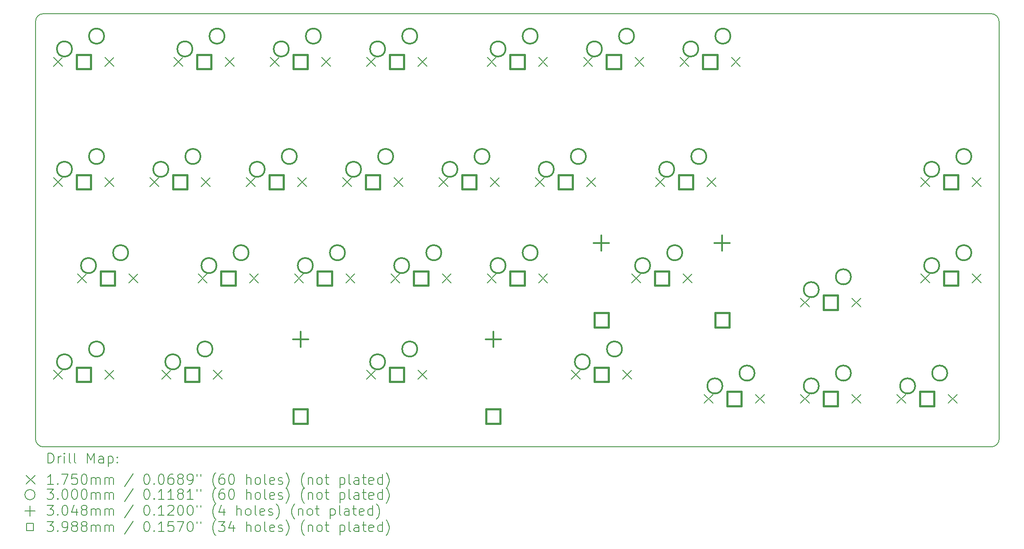
<source format=gbr>
%FSLAX45Y45*%
G04 Gerber Fmt 4.5, Leading zero omitted, Abs format (unit mm)*
G04 Created by KiCad (PCBNEW (6.0.1-0)) date 2022-06-20 08:18:45*
%MOMM*%
%LPD*%
G01*
G04 APERTURE LIST*
%TA.AperFunction,Profile*%
%ADD10C,0.200000*%
%TD*%
%ADD11C,0.200000*%
%ADD12C,0.175000*%
%ADD13C,0.300000*%
%ADD14C,0.304800*%
%ADD15C,0.398780*%
G04 APERTURE END LIST*
D10*
X20478750Y-1587500D02*
X20478750Y-9842500D01*
X20320000Y-1428750D02*
X1587500Y-1428750D01*
X1428750Y-9842500D02*
G75*
G03*
X1587500Y-10001250I158750J0D01*
G01*
X20320000Y-10001250D02*
G75*
G03*
X20478750Y-9842500I0J158750D01*
G01*
X1587500Y-10001250D02*
X20320000Y-10001250D01*
X1587500Y-1428750D02*
G75*
G03*
X1428750Y-1587500I0J-158750D01*
G01*
X20478750Y-1587500D02*
G75*
G03*
X20320000Y-1428750I-158750J0D01*
G01*
X1428750Y-1587500D02*
X1428750Y-9842500D01*
D11*
D12*
X1785750Y-2293750D02*
X1960750Y-2468750D01*
X1960750Y-2293750D02*
X1785750Y-2468750D01*
X1785750Y-4675000D02*
X1960750Y-4850000D01*
X1960750Y-4675000D02*
X1785750Y-4850000D01*
X1785750Y-8485000D02*
X1960750Y-8660000D01*
X1960750Y-8485000D02*
X1785750Y-8660000D01*
X2262000Y-6580000D02*
X2437000Y-6755000D01*
X2437000Y-6580000D02*
X2262000Y-6755000D01*
X2801750Y-2293750D02*
X2976750Y-2468750D01*
X2976750Y-2293750D02*
X2801750Y-2468750D01*
X2801750Y-4675000D02*
X2976750Y-4850000D01*
X2976750Y-4675000D02*
X2801750Y-4850000D01*
X2801750Y-8485000D02*
X2976750Y-8660000D01*
X2976750Y-8485000D02*
X2801750Y-8660000D01*
X3278000Y-6580000D02*
X3453000Y-6755000D01*
X3453000Y-6580000D02*
X3278000Y-6755000D01*
X3690750Y-4675000D02*
X3865750Y-4850000D01*
X3865750Y-4675000D02*
X3690750Y-4850000D01*
X3928875Y-8485000D02*
X4103875Y-8660000D01*
X4103875Y-8485000D02*
X3928875Y-8660000D01*
X4167000Y-2293750D02*
X4342000Y-2468750D01*
X4342000Y-2293750D02*
X4167000Y-2468750D01*
X4643250Y-6580000D02*
X4818250Y-6755000D01*
X4818250Y-6580000D02*
X4643250Y-6755000D01*
X4706750Y-4675000D02*
X4881750Y-4850000D01*
X4881750Y-4675000D02*
X4706750Y-4850000D01*
X4944875Y-8485000D02*
X5119875Y-8660000D01*
X5119875Y-8485000D02*
X4944875Y-8660000D01*
X5183000Y-2293750D02*
X5358000Y-2468750D01*
X5358000Y-2293750D02*
X5183000Y-2468750D01*
X5595750Y-4675000D02*
X5770750Y-4850000D01*
X5770750Y-4675000D02*
X5595750Y-4850000D01*
X5659250Y-6580000D02*
X5834250Y-6755000D01*
X5834250Y-6580000D02*
X5659250Y-6755000D01*
X6072000Y-2293750D02*
X6247000Y-2468750D01*
X6247000Y-2293750D02*
X6072000Y-2468750D01*
X6548250Y-6580000D02*
X6723250Y-6755000D01*
X6723250Y-6580000D02*
X6548250Y-6755000D01*
X6611750Y-4675000D02*
X6786750Y-4850000D01*
X6786750Y-4675000D02*
X6611750Y-4850000D01*
X7088000Y-2293750D02*
X7263000Y-2468750D01*
X7263000Y-2293750D02*
X7088000Y-2468750D01*
X7500750Y-4675000D02*
X7675750Y-4850000D01*
X7675750Y-4675000D02*
X7500750Y-4850000D01*
X7564250Y-6580000D02*
X7739250Y-6755000D01*
X7739250Y-6580000D02*
X7564250Y-6755000D01*
X7977000Y-2293750D02*
X8152000Y-2468750D01*
X8152000Y-2293750D02*
X7977000Y-2468750D01*
X7977000Y-8485000D02*
X8152000Y-8660000D01*
X8152000Y-8485000D02*
X7977000Y-8660000D01*
X8453250Y-6580000D02*
X8628250Y-6755000D01*
X8628250Y-6580000D02*
X8453250Y-6755000D01*
X8516750Y-4675000D02*
X8691750Y-4850000D01*
X8691750Y-4675000D02*
X8516750Y-4850000D01*
X8993000Y-2293750D02*
X9168000Y-2468750D01*
X9168000Y-2293750D02*
X8993000Y-2468750D01*
X8993000Y-8485000D02*
X9168000Y-8660000D01*
X9168000Y-8485000D02*
X8993000Y-8660000D01*
X9405750Y-4675000D02*
X9580750Y-4850000D01*
X9580750Y-4675000D02*
X9405750Y-4850000D01*
X9469250Y-6580000D02*
X9644250Y-6755000D01*
X9644250Y-6580000D02*
X9469250Y-6755000D01*
X10358250Y-2293750D02*
X10533250Y-2468750D01*
X10533250Y-2293750D02*
X10358250Y-2468750D01*
X10358250Y-6580000D02*
X10533250Y-6755000D01*
X10533250Y-6580000D02*
X10358250Y-6755000D01*
X10421750Y-4675000D02*
X10596750Y-4850000D01*
X10596750Y-4675000D02*
X10421750Y-4850000D01*
X11310750Y-4675000D02*
X11485750Y-4850000D01*
X11485750Y-4675000D02*
X11310750Y-4850000D01*
X11374250Y-2293750D02*
X11549250Y-2468750D01*
X11549250Y-2293750D02*
X11374250Y-2468750D01*
X11374250Y-6580000D02*
X11549250Y-6755000D01*
X11549250Y-6580000D02*
X11374250Y-6755000D01*
X12025125Y-8485000D02*
X12200125Y-8660000D01*
X12200125Y-8485000D02*
X12025125Y-8660000D01*
X12263250Y-2293750D02*
X12438250Y-2468750D01*
X12438250Y-2293750D02*
X12263250Y-2468750D01*
X12326750Y-4675000D02*
X12501750Y-4850000D01*
X12501750Y-4675000D02*
X12326750Y-4850000D01*
X13041125Y-8485000D02*
X13216125Y-8660000D01*
X13216125Y-8485000D02*
X13041125Y-8660000D01*
X13215750Y-6580000D02*
X13390750Y-6755000D01*
X13390750Y-6580000D02*
X13215750Y-6755000D01*
X13279250Y-2293750D02*
X13454250Y-2468750D01*
X13454250Y-2293750D02*
X13279250Y-2468750D01*
X13692000Y-4675000D02*
X13867000Y-4850000D01*
X13867000Y-4675000D02*
X13692000Y-4850000D01*
X14168250Y-2293750D02*
X14343250Y-2468750D01*
X14343250Y-2293750D02*
X14168250Y-2468750D01*
X14231750Y-6580000D02*
X14406750Y-6755000D01*
X14406750Y-6580000D02*
X14231750Y-6755000D01*
X14644500Y-8961250D02*
X14819500Y-9136250D01*
X14819500Y-8961250D02*
X14644500Y-9136250D01*
X14708000Y-4675000D02*
X14883000Y-4850000D01*
X14883000Y-4675000D02*
X14708000Y-4850000D01*
X15184250Y-2293750D02*
X15359250Y-2468750D01*
X15359250Y-2293750D02*
X15184250Y-2468750D01*
X15660500Y-8961250D02*
X15835500Y-9136250D01*
X15835500Y-8961250D02*
X15660500Y-9136250D01*
X16549500Y-7056250D02*
X16724500Y-7231250D01*
X16724500Y-7056250D02*
X16549500Y-7231250D01*
X16549500Y-8961250D02*
X16724500Y-9136250D01*
X16724500Y-8961250D02*
X16549500Y-9136250D01*
X17565500Y-7056250D02*
X17740500Y-7231250D01*
X17740500Y-7056250D02*
X17565500Y-7231250D01*
X17565500Y-8961250D02*
X17740500Y-9136250D01*
X17740500Y-8961250D02*
X17565500Y-9136250D01*
X18454500Y-8961250D02*
X18629500Y-9136250D01*
X18629500Y-8961250D02*
X18454500Y-9136250D01*
X18930750Y-4675000D02*
X19105750Y-4850000D01*
X19105750Y-4675000D02*
X18930750Y-4850000D01*
X18930750Y-6580000D02*
X19105750Y-6755000D01*
X19105750Y-6580000D02*
X18930750Y-6755000D01*
X19470500Y-8961250D02*
X19645500Y-9136250D01*
X19645500Y-8961250D02*
X19470500Y-9136250D01*
X19946750Y-4675000D02*
X20121750Y-4850000D01*
X20121750Y-4675000D02*
X19946750Y-4850000D01*
X19946750Y-6580000D02*
X20121750Y-6755000D01*
X20121750Y-6580000D02*
X19946750Y-6755000D01*
D13*
X2150250Y-2127250D02*
G75*
G03*
X2150250Y-2127250I-150000J0D01*
G01*
X2150250Y-4508500D02*
G75*
G03*
X2150250Y-4508500I-150000J0D01*
G01*
X2150250Y-8318500D02*
G75*
G03*
X2150250Y-8318500I-150000J0D01*
G01*
X2626500Y-6413500D02*
G75*
G03*
X2626500Y-6413500I-150000J0D01*
G01*
X2785250Y-1873250D02*
G75*
G03*
X2785250Y-1873250I-150000J0D01*
G01*
X2785250Y-4254500D02*
G75*
G03*
X2785250Y-4254500I-150000J0D01*
G01*
X2785250Y-8064500D02*
G75*
G03*
X2785250Y-8064500I-150000J0D01*
G01*
X3261500Y-6159500D02*
G75*
G03*
X3261500Y-6159500I-150000J0D01*
G01*
X4055250Y-4508500D02*
G75*
G03*
X4055250Y-4508500I-150000J0D01*
G01*
X4293375Y-8318500D02*
G75*
G03*
X4293375Y-8318500I-150000J0D01*
G01*
X4531500Y-2127250D02*
G75*
G03*
X4531500Y-2127250I-150000J0D01*
G01*
X4690250Y-4254500D02*
G75*
G03*
X4690250Y-4254500I-150000J0D01*
G01*
X4928375Y-8064500D02*
G75*
G03*
X4928375Y-8064500I-150000J0D01*
G01*
X5007750Y-6413500D02*
G75*
G03*
X5007750Y-6413500I-150000J0D01*
G01*
X5166500Y-1873250D02*
G75*
G03*
X5166500Y-1873250I-150000J0D01*
G01*
X5642750Y-6159500D02*
G75*
G03*
X5642750Y-6159500I-150000J0D01*
G01*
X5960250Y-4508500D02*
G75*
G03*
X5960250Y-4508500I-150000J0D01*
G01*
X6436500Y-2127250D02*
G75*
G03*
X6436500Y-2127250I-150000J0D01*
G01*
X6595250Y-4254500D02*
G75*
G03*
X6595250Y-4254500I-150000J0D01*
G01*
X6912750Y-6413500D02*
G75*
G03*
X6912750Y-6413500I-150000J0D01*
G01*
X7071500Y-1873250D02*
G75*
G03*
X7071500Y-1873250I-150000J0D01*
G01*
X7547750Y-6159500D02*
G75*
G03*
X7547750Y-6159500I-150000J0D01*
G01*
X7865250Y-4508500D02*
G75*
G03*
X7865250Y-4508500I-150000J0D01*
G01*
X8341500Y-2127250D02*
G75*
G03*
X8341500Y-2127250I-150000J0D01*
G01*
X8341500Y-8318500D02*
G75*
G03*
X8341500Y-8318500I-150000J0D01*
G01*
X8500250Y-4254500D02*
G75*
G03*
X8500250Y-4254500I-150000J0D01*
G01*
X8817750Y-6413500D02*
G75*
G03*
X8817750Y-6413500I-150000J0D01*
G01*
X8976500Y-1873250D02*
G75*
G03*
X8976500Y-1873250I-150000J0D01*
G01*
X8976500Y-8064500D02*
G75*
G03*
X8976500Y-8064500I-150000J0D01*
G01*
X9452750Y-6159500D02*
G75*
G03*
X9452750Y-6159500I-150000J0D01*
G01*
X9770250Y-4508500D02*
G75*
G03*
X9770250Y-4508500I-150000J0D01*
G01*
X10405250Y-4254500D02*
G75*
G03*
X10405250Y-4254500I-150000J0D01*
G01*
X10722750Y-2127250D02*
G75*
G03*
X10722750Y-2127250I-150000J0D01*
G01*
X10722750Y-6413500D02*
G75*
G03*
X10722750Y-6413500I-150000J0D01*
G01*
X11357750Y-1873250D02*
G75*
G03*
X11357750Y-1873250I-150000J0D01*
G01*
X11357750Y-6159500D02*
G75*
G03*
X11357750Y-6159500I-150000J0D01*
G01*
X11675250Y-4508500D02*
G75*
G03*
X11675250Y-4508500I-150000J0D01*
G01*
X12310250Y-4254500D02*
G75*
G03*
X12310250Y-4254500I-150000J0D01*
G01*
X12389625Y-8318500D02*
G75*
G03*
X12389625Y-8318500I-150000J0D01*
G01*
X12627750Y-2127250D02*
G75*
G03*
X12627750Y-2127250I-150000J0D01*
G01*
X13024625Y-8064500D02*
G75*
G03*
X13024625Y-8064500I-150000J0D01*
G01*
X13262750Y-1873250D02*
G75*
G03*
X13262750Y-1873250I-150000J0D01*
G01*
X13580250Y-6413500D02*
G75*
G03*
X13580250Y-6413500I-150000J0D01*
G01*
X14056500Y-4508500D02*
G75*
G03*
X14056500Y-4508500I-150000J0D01*
G01*
X14215250Y-6159500D02*
G75*
G03*
X14215250Y-6159500I-150000J0D01*
G01*
X14532750Y-2127250D02*
G75*
G03*
X14532750Y-2127250I-150000J0D01*
G01*
X14691500Y-4254500D02*
G75*
G03*
X14691500Y-4254500I-150000J0D01*
G01*
X15009000Y-8794750D02*
G75*
G03*
X15009000Y-8794750I-150000J0D01*
G01*
X15167750Y-1873250D02*
G75*
G03*
X15167750Y-1873250I-150000J0D01*
G01*
X15644000Y-8540750D02*
G75*
G03*
X15644000Y-8540750I-150000J0D01*
G01*
X16914000Y-6889750D02*
G75*
G03*
X16914000Y-6889750I-150000J0D01*
G01*
X16914000Y-8794750D02*
G75*
G03*
X16914000Y-8794750I-150000J0D01*
G01*
X17549000Y-6635750D02*
G75*
G03*
X17549000Y-6635750I-150000J0D01*
G01*
X17549000Y-8540750D02*
G75*
G03*
X17549000Y-8540750I-150000J0D01*
G01*
X18819000Y-8794750D02*
G75*
G03*
X18819000Y-8794750I-150000J0D01*
G01*
X19295250Y-4508500D02*
G75*
G03*
X19295250Y-4508500I-150000J0D01*
G01*
X19295250Y-6413500D02*
G75*
G03*
X19295250Y-6413500I-150000J0D01*
G01*
X19454000Y-8540750D02*
G75*
G03*
X19454000Y-8540750I-150000J0D01*
G01*
X19930250Y-4254500D02*
G75*
G03*
X19930250Y-4254500I-150000J0D01*
G01*
X19930250Y-6159500D02*
G75*
G03*
X19930250Y-6159500I-150000J0D01*
G01*
D14*
X6667500Y-7721600D02*
X6667500Y-8026400D01*
X6515100Y-7874000D02*
X6819900Y-7874000D01*
X10477500Y-7721600D02*
X10477500Y-8026400D01*
X10325100Y-7874000D02*
X10629900Y-7874000D01*
X12617450Y-5816600D02*
X12617450Y-6121400D01*
X12465050Y-5969000D02*
X12769850Y-5969000D01*
X15005050Y-5816600D02*
X15005050Y-6121400D01*
X14852650Y-5969000D02*
X15157450Y-5969000D01*
D15*
X2522241Y-2522241D02*
X2522241Y-2240259D01*
X2240259Y-2240259D01*
X2240259Y-2522241D01*
X2522241Y-2522241D01*
X2522241Y-4903491D02*
X2522241Y-4621509D01*
X2240259Y-4621509D01*
X2240259Y-4903491D01*
X2522241Y-4903491D01*
X2522241Y-8713491D02*
X2522241Y-8431509D01*
X2240259Y-8431509D01*
X2240259Y-8713491D01*
X2522241Y-8713491D01*
X2998491Y-6808491D02*
X2998491Y-6526509D01*
X2716509Y-6526509D01*
X2716509Y-6808491D01*
X2998491Y-6808491D01*
X4427241Y-4903491D02*
X4427241Y-4621509D01*
X4145259Y-4621509D01*
X4145259Y-4903491D01*
X4427241Y-4903491D01*
X4665366Y-8713491D02*
X4665366Y-8431509D01*
X4383384Y-8431509D01*
X4383384Y-8713491D01*
X4665366Y-8713491D01*
X4903491Y-2522241D02*
X4903491Y-2240259D01*
X4621509Y-2240259D01*
X4621509Y-2522241D01*
X4903491Y-2522241D01*
X5379741Y-6808491D02*
X5379741Y-6526509D01*
X5097759Y-6526509D01*
X5097759Y-6808491D01*
X5379741Y-6808491D01*
X6332241Y-4903491D02*
X6332241Y-4621509D01*
X6050259Y-4621509D01*
X6050259Y-4903491D01*
X6332241Y-4903491D01*
X6808491Y-2522241D02*
X6808491Y-2240259D01*
X6526509Y-2240259D01*
X6526509Y-2522241D01*
X6808491Y-2522241D01*
X6808491Y-9538991D02*
X6808491Y-9257009D01*
X6526509Y-9257009D01*
X6526509Y-9538991D01*
X6808491Y-9538991D01*
X7284741Y-6808491D02*
X7284741Y-6526509D01*
X7002759Y-6526509D01*
X7002759Y-6808491D01*
X7284741Y-6808491D01*
X8237241Y-4903491D02*
X8237241Y-4621509D01*
X7955259Y-4621509D01*
X7955259Y-4903491D01*
X8237241Y-4903491D01*
X8713491Y-2522241D02*
X8713491Y-2240259D01*
X8431509Y-2240259D01*
X8431509Y-2522241D01*
X8713491Y-2522241D01*
X8713491Y-8713491D02*
X8713491Y-8431509D01*
X8431509Y-8431509D01*
X8431509Y-8713491D01*
X8713491Y-8713491D01*
X9189741Y-6808491D02*
X9189741Y-6526509D01*
X8907759Y-6526509D01*
X8907759Y-6808491D01*
X9189741Y-6808491D01*
X10142241Y-4903491D02*
X10142241Y-4621509D01*
X9860259Y-4621509D01*
X9860259Y-4903491D01*
X10142241Y-4903491D01*
X10618491Y-9538991D02*
X10618491Y-9257009D01*
X10336509Y-9257009D01*
X10336509Y-9538991D01*
X10618491Y-9538991D01*
X11094741Y-2522241D02*
X11094741Y-2240259D01*
X10812759Y-2240259D01*
X10812759Y-2522241D01*
X11094741Y-2522241D01*
X11094741Y-6808491D02*
X11094741Y-6526509D01*
X10812759Y-6526509D01*
X10812759Y-6808491D01*
X11094741Y-6808491D01*
X12047241Y-4903491D02*
X12047241Y-4621509D01*
X11765259Y-4621509D01*
X11765259Y-4903491D01*
X12047241Y-4903491D01*
X12758441Y-7633991D02*
X12758441Y-7352009D01*
X12476459Y-7352009D01*
X12476459Y-7633991D01*
X12758441Y-7633991D01*
X12761616Y-8713491D02*
X12761616Y-8431509D01*
X12479634Y-8431509D01*
X12479634Y-8713491D01*
X12761616Y-8713491D01*
X12999741Y-2522241D02*
X12999741Y-2240259D01*
X12717759Y-2240259D01*
X12717759Y-2522241D01*
X12999741Y-2522241D01*
X13952241Y-6808491D02*
X13952241Y-6526509D01*
X13670259Y-6526509D01*
X13670259Y-6808491D01*
X13952241Y-6808491D01*
X14428491Y-4903491D02*
X14428491Y-4621509D01*
X14146509Y-4621509D01*
X14146509Y-4903491D01*
X14428491Y-4903491D01*
X14904741Y-2522241D02*
X14904741Y-2240259D01*
X14622759Y-2240259D01*
X14622759Y-2522241D01*
X14904741Y-2522241D01*
X15146041Y-7633991D02*
X15146041Y-7352009D01*
X14864059Y-7352009D01*
X14864059Y-7633991D01*
X15146041Y-7633991D01*
X15380991Y-9189741D02*
X15380991Y-8907759D01*
X15099009Y-8907759D01*
X15099009Y-9189741D01*
X15380991Y-9189741D01*
X17285991Y-7284741D02*
X17285991Y-7002759D01*
X17004009Y-7002759D01*
X17004009Y-7284741D01*
X17285991Y-7284741D01*
X17285991Y-9189741D02*
X17285991Y-8907759D01*
X17004009Y-8907759D01*
X17004009Y-9189741D01*
X17285991Y-9189741D01*
X19190991Y-9189741D02*
X19190991Y-8907759D01*
X18909009Y-8907759D01*
X18909009Y-9189741D01*
X19190991Y-9189741D01*
X19667241Y-4903491D02*
X19667241Y-4621509D01*
X19385259Y-4621509D01*
X19385259Y-4903491D01*
X19667241Y-4903491D01*
X19667241Y-6808491D02*
X19667241Y-6526509D01*
X19385259Y-6526509D01*
X19385259Y-6808491D01*
X19667241Y-6808491D01*
D11*
X1676369Y-10321726D02*
X1676369Y-10121726D01*
X1723988Y-10121726D01*
X1752559Y-10131250D01*
X1771607Y-10150298D01*
X1781131Y-10169345D01*
X1790655Y-10207440D01*
X1790655Y-10236012D01*
X1781131Y-10274107D01*
X1771607Y-10293155D01*
X1752559Y-10312202D01*
X1723988Y-10321726D01*
X1676369Y-10321726D01*
X1876369Y-10321726D02*
X1876369Y-10188393D01*
X1876369Y-10226488D02*
X1885893Y-10207440D01*
X1895417Y-10197917D01*
X1914464Y-10188393D01*
X1933512Y-10188393D01*
X2000178Y-10321726D02*
X2000178Y-10188393D01*
X2000178Y-10121726D02*
X1990655Y-10131250D01*
X2000178Y-10140774D01*
X2009702Y-10131250D01*
X2000178Y-10121726D01*
X2000178Y-10140774D01*
X2123988Y-10321726D02*
X2104940Y-10312202D01*
X2095417Y-10293155D01*
X2095417Y-10121726D01*
X2228750Y-10321726D02*
X2209702Y-10312202D01*
X2200179Y-10293155D01*
X2200179Y-10121726D01*
X2457321Y-10321726D02*
X2457321Y-10121726D01*
X2523988Y-10264583D01*
X2590655Y-10121726D01*
X2590655Y-10321726D01*
X2771607Y-10321726D02*
X2771607Y-10216964D01*
X2762083Y-10197917D01*
X2743036Y-10188393D01*
X2704940Y-10188393D01*
X2685893Y-10197917D01*
X2771607Y-10312202D02*
X2752560Y-10321726D01*
X2704940Y-10321726D01*
X2685893Y-10312202D01*
X2676369Y-10293155D01*
X2676369Y-10274107D01*
X2685893Y-10255060D01*
X2704940Y-10245536D01*
X2752560Y-10245536D01*
X2771607Y-10236012D01*
X2866845Y-10188393D02*
X2866845Y-10388393D01*
X2866845Y-10197917D02*
X2885893Y-10188393D01*
X2923988Y-10188393D01*
X2943036Y-10197917D01*
X2952559Y-10207440D01*
X2962083Y-10226488D01*
X2962083Y-10283631D01*
X2952559Y-10302679D01*
X2943036Y-10312202D01*
X2923988Y-10321726D01*
X2885893Y-10321726D01*
X2866845Y-10312202D01*
X3047798Y-10302679D02*
X3057321Y-10312202D01*
X3047798Y-10321726D01*
X3038274Y-10312202D01*
X3047798Y-10302679D01*
X3047798Y-10321726D01*
X3047798Y-10197917D02*
X3057321Y-10207440D01*
X3047798Y-10216964D01*
X3038274Y-10207440D01*
X3047798Y-10197917D01*
X3047798Y-10216964D01*
D12*
X1243750Y-10563750D02*
X1418750Y-10738750D01*
X1418750Y-10563750D02*
X1243750Y-10738750D01*
D11*
X1781131Y-10741726D02*
X1666845Y-10741726D01*
X1723988Y-10741726D02*
X1723988Y-10541726D01*
X1704940Y-10570298D01*
X1685893Y-10589345D01*
X1666845Y-10598869D01*
X1866845Y-10722679D02*
X1876369Y-10732202D01*
X1866845Y-10741726D01*
X1857321Y-10732202D01*
X1866845Y-10722679D01*
X1866845Y-10741726D01*
X1943036Y-10541726D02*
X2076369Y-10541726D01*
X1990655Y-10741726D01*
X2247798Y-10541726D02*
X2152560Y-10541726D01*
X2143036Y-10636964D01*
X2152560Y-10627440D01*
X2171607Y-10617917D01*
X2219226Y-10617917D01*
X2238274Y-10627440D01*
X2247798Y-10636964D01*
X2257321Y-10656012D01*
X2257321Y-10703631D01*
X2247798Y-10722679D01*
X2238274Y-10732202D01*
X2219226Y-10741726D01*
X2171607Y-10741726D01*
X2152560Y-10732202D01*
X2143036Y-10722679D01*
X2381131Y-10541726D02*
X2400179Y-10541726D01*
X2419226Y-10551250D01*
X2428750Y-10560774D01*
X2438274Y-10579821D01*
X2447798Y-10617917D01*
X2447798Y-10665536D01*
X2438274Y-10703631D01*
X2428750Y-10722679D01*
X2419226Y-10732202D01*
X2400179Y-10741726D01*
X2381131Y-10741726D01*
X2362083Y-10732202D01*
X2352560Y-10722679D01*
X2343036Y-10703631D01*
X2333512Y-10665536D01*
X2333512Y-10617917D01*
X2343036Y-10579821D01*
X2352560Y-10560774D01*
X2362083Y-10551250D01*
X2381131Y-10541726D01*
X2533512Y-10741726D02*
X2533512Y-10608393D01*
X2533512Y-10627440D02*
X2543036Y-10617917D01*
X2562083Y-10608393D01*
X2590655Y-10608393D01*
X2609702Y-10617917D01*
X2619226Y-10636964D01*
X2619226Y-10741726D01*
X2619226Y-10636964D02*
X2628750Y-10617917D01*
X2647798Y-10608393D01*
X2676369Y-10608393D01*
X2695417Y-10617917D01*
X2704940Y-10636964D01*
X2704940Y-10741726D01*
X2800178Y-10741726D02*
X2800178Y-10608393D01*
X2800178Y-10627440D02*
X2809702Y-10617917D01*
X2828750Y-10608393D01*
X2857321Y-10608393D01*
X2876369Y-10617917D01*
X2885893Y-10636964D01*
X2885893Y-10741726D01*
X2885893Y-10636964D02*
X2895417Y-10617917D01*
X2914464Y-10608393D01*
X2943036Y-10608393D01*
X2962083Y-10617917D01*
X2971607Y-10636964D01*
X2971607Y-10741726D01*
X3362083Y-10532202D02*
X3190655Y-10789345D01*
X3619226Y-10541726D02*
X3638274Y-10541726D01*
X3657321Y-10551250D01*
X3666845Y-10560774D01*
X3676369Y-10579821D01*
X3685893Y-10617917D01*
X3685893Y-10665536D01*
X3676369Y-10703631D01*
X3666845Y-10722679D01*
X3657321Y-10732202D01*
X3638274Y-10741726D01*
X3619226Y-10741726D01*
X3600178Y-10732202D01*
X3590655Y-10722679D01*
X3581131Y-10703631D01*
X3571607Y-10665536D01*
X3571607Y-10617917D01*
X3581131Y-10579821D01*
X3590655Y-10560774D01*
X3600178Y-10551250D01*
X3619226Y-10541726D01*
X3771607Y-10722679D02*
X3781131Y-10732202D01*
X3771607Y-10741726D01*
X3762083Y-10732202D01*
X3771607Y-10722679D01*
X3771607Y-10741726D01*
X3904940Y-10541726D02*
X3923988Y-10541726D01*
X3943036Y-10551250D01*
X3952559Y-10560774D01*
X3962083Y-10579821D01*
X3971607Y-10617917D01*
X3971607Y-10665536D01*
X3962083Y-10703631D01*
X3952559Y-10722679D01*
X3943036Y-10732202D01*
X3923988Y-10741726D01*
X3904940Y-10741726D01*
X3885893Y-10732202D01*
X3876369Y-10722679D01*
X3866845Y-10703631D01*
X3857321Y-10665536D01*
X3857321Y-10617917D01*
X3866845Y-10579821D01*
X3876369Y-10560774D01*
X3885893Y-10551250D01*
X3904940Y-10541726D01*
X4143036Y-10541726D02*
X4104940Y-10541726D01*
X4085893Y-10551250D01*
X4076369Y-10560774D01*
X4057321Y-10589345D01*
X4047798Y-10627440D01*
X4047798Y-10703631D01*
X4057321Y-10722679D01*
X4066845Y-10732202D01*
X4085893Y-10741726D01*
X4123988Y-10741726D01*
X4143036Y-10732202D01*
X4152559Y-10722679D01*
X4162083Y-10703631D01*
X4162083Y-10656012D01*
X4152559Y-10636964D01*
X4143036Y-10627440D01*
X4123988Y-10617917D01*
X4085893Y-10617917D01*
X4066845Y-10627440D01*
X4057321Y-10636964D01*
X4047798Y-10656012D01*
X4276369Y-10627440D02*
X4257321Y-10617917D01*
X4247798Y-10608393D01*
X4238274Y-10589345D01*
X4238274Y-10579821D01*
X4247798Y-10560774D01*
X4257321Y-10551250D01*
X4276369Y-10541726D01*
X4314464Y-10541726D01*
X4333512Y-10551250D01*
X4343036Y-10560774D01*
X4352560Y-10579821D01*
X4352560Y-10589345D01*
X4343036Y-10608393D01*
X4333512Y-10617917D01*
X4314464Y-10627440D01*
X4276369Y-10627440D01*
X4257321Y-10636964D01*
X4247798Y-10646488D01*
X4238274Y-10665536D01*
X4238274Y-10703631D01*
X4247798Y-10722679D01*
X4257321Y-10732202D01*
X4276369Y-10741726D01*
X4314464Y-10741726D01*
X4333512Y-10732202D01*
X4343036Y-10722679D01*
X4352560Y-10703631D01*
X4352560Y-10665536D01*
X4343036Y-10646488D01*
X4333512Y-10636964D01*
X4314464Y-10627440D01*
X4447798Y-10741726D02*
X4485893Y-10741726D01*
X4504940Y-10732202D01*
X4514464Y-10722679D01*
X4533512Y-10694107D01*
X4543036Y-10656012D01*
X4543036Y-10579821D01*
X4533512Y-10560774D01*
X4523988Y-10551250D01*
X4504940Y-10541726D01*
X4466845Y-10541726D01*
X4447798Y-10551250D01*
X4438274Y-10560774D01*
X4428750Y-10579821D01*
X4428750Y-10627440D01*
X4438274Y-10646488D01*
X4447798Y-10656012D01*
X4466845Y-10665536D01*
X4504940Y-10665536D01*
X4523988Y-10656012D01*
X4533512Y-10646488D01*
X4543036Y-10627440D01*
X4619226Y-10541726D02*
X4619226Y-10579821D01*
X4695417Y-10541726D02*
X4695417Y-10579821D01*
X4990655Y-10817917D02*
X4981131Y-10808393D01*
X4962083Y-10779821D01*
X4952560Y-10760774D01*
X4943036Y-10732202D01*
X4933512Y-10684583D01*
X4933512Y-10646488D01*
X4943036Y-10598869D01*
X4952560Y-10570298D01*
X4962083Y-10551250D01*
X4981131Y-10522679D01*
X4990655Y-10513155D01*
X5152560Y-10541726D02*
X5114464Y-10541726D01*
X5095417Y-10551250D01*
X5085893Y-10560774D01*
X5066845Y-10589345D01*
X5057321Y-10627440D01*
X5057321Y-10703631D01*
X5066845Y-10722679D01*
X5076369Y-10732202D01*
X5095417Y-10741726D01*
X5133512Y-10741726D01*
X5152560Y-10732202D01*
X5162083Y-10722679D01*
X5171607Y-10703631D01*
X5171607Y-10656012D01*
X5162083Y-10636964D01*
X5152560Y-10627440D01*
X5133512Y-10617917D01*
X5095417Y-10617917D01*
X5076369Y-10627440D01*
X5066845Y-10636964D01*
X5057321Y-10656012D01*
X5295417Y-10541726D02*
X5314464Y-10541726D01*
X5333512Y-10551250D01*
X5343036Y-10560774D01*
X5352560Y-10579821D01*
X5362083Y-10617917D01*
X5362083Y-10665536D01*
X5352560Y-10703631D01*
X5343036Y-10722679D01*
X5333512Y-10732202D01*
X5314464Y-10741726D01*
X5295417Y-10741726D01*
X5276369Y-10732202D01*
X5266845Y-10722679D01*
X5257321Y-10703631D01*
X5247798Y-10665536D01*
X5247798Y-10617917D01*
X5257321Y-10579821D01*
X5266845Y-10560774D01*
X5276369Y-10551250D01*
X5295417Y-10541726D01*
X5600178Y-10741726D02*
X5600178Y-10541726D01*
X5685893Y-10741726D02*
X5685893Y-10636964D01*
X5676369Y-10617917D01*
X5657321Y-10608393D01*
X5628750Y-10608393D01*
X5609702Y-10617917D01*
X5600178Y-10627440D01*
X5809702Y-10741726D02*
X5790655Y-10732202D01*
X5781131Y-10722679D01*
X5771607Y-10703631D01*
X5771607Y-10646488D01*
X5781131Y-10627440D01*
X5790655Y-10617917D01*
X5809702Y-10608393D01*
X5838274Y-10608393D01*
X5857321Y-10617917D01*
X5866845Y-10627440D01*
X5876369Y-10646488D01*
X5876369Y-10703631D01*
X5866845Y-10722679D01*
X5857321Y-10732202D01*
X5838274Y-10741726D01*
X5809702Y-10741726D01*
X5990655Y-10741726D02*
X5971607Y-10732202D01*
X5962083Y-10713155D01*
X5962083Y-10541726D01*
X6143036Y-10732202D02*
X6123988Y-10741726D01*
X6085893Y-10741726D01*
X6066845Y-10732202D01*
X6057321Y-10713155D01*
X6057321Y-10636964D01*
X6066845Y-10617917D01*
X6085893Y-10608393D01*
X6123988Y-10608393D01*
X6143036Y-10617917D01*
X6152559Y-10636964D01*
X6152559Y-10656012D01*
X6057321Y-10675060D01*
X6228750Y-10732202D02*
X6247798Y-10741726D01*
X6285893Y-10741726D01*
X6304940Y-10732202D01*
X6314464Y-10713155D01*
X6314464Y-10703631D01*
X6304940Y-10684583D01*
X6285893Y-10675060D01*
X6257321Y-10675060D01*
X6238274Y-10665536D01*
X6228750Y-10646488D01*
X6228750Y-10636964D01*
X6238274Y-10617917D01*
X6257321Y-10608393D01*
X6285893Y-10608393D01*
X6304940Y-10617917D01*
X6381131Y-10817917D02*
X6390655Y-10808393D01*
X6409702Y-10779821D01*
X6419226Y-10760774D01*
X6428750Y-10732202D01*
X6438274Y-10684583D01*
X6438274Y-10646488D01*
X6428750Y-10598869D01*
X6419226Y-10570298D01*
X6409702Y-10551250D01*
X6390655Y-10522679D01*
X6381131Y-10513155D01*
X6743036Y-10817917D02*
X6733512Y-10808393D01*
X6714464Y-10779821D01*
X6704940Y-10760774D01*
X6695417Y-10732202D01*
X6685893Y-10684583D01*
X6685893Y-10646488D01*
X6695417Y-10598869D01*
X6704940Y-10570298D01*
X6714464Y-10551250D01*
X6733512Y-10522679D01*
X6743036Y-10513155D01*
X6819226Y-10608393D02*
X6819226Y-10741726D01*
X6819226Y-10627440D02*
X6828750Y-10617917D01*
X6847798Y-10608393D01*
X6876369Y-10608393D01*
X6895417Y-10617917D01*
X6904940Y-10636964D01*
X6904940Y-10741726D01*
X7028750Y-10741726D02*
X7009702Y-10732202D01*
X7000178Y-10722679D01*
X6990655Y-10703631D01*
X6990655Y-10646488D01*
X7000178Y-10627440D01*
X7009702Y-10617917D01*
X7028750Y-10608393D01*
X7057321Y-10608393D01*
X7076369Y-10617917D01*
X7085893Y-10627440D01*
X7095417Y-10646488D01*
X7095417Y-10703631D01*
X7085893Y-10722679D01*
X7076369Y-10732202D01*
X7057321Y-10741726D01*
X7028750Y-10741726D01*
X7152559Y-10608393D02*
X7228750Y-10608393D01*
X7181131Y-10541726D02*
X7181131Y-10713155D01*
X7190655Y-10732202D01*
X7209702Y-10741726D01*
X7228750Y-10741726D01*
X7447798Y-10608393D02*
X7447798Y-10808393D01*
X7447798Y-10617917D02*
X7466845Y-10608393D01*
X7504940Y-10608393D01*
X7523988Y-10617917D01*
X7533512Y-10627440D01*
X7543036Y-10646488D01*
X7543036Y-10703631D01*
X7533512Y-10722679D01*
X7523988Y-10732202D01*
X7504940Y-10741726D01*
X7466845Y-10741726D01*
X7447798Y-10732202D01*
X7657321Y-10741726D02*
X7638274Y-10732202D01*
X7628750Y-10713155D01*
X7628750Y-10541726D01*
X7819226Y-10741726D02*
X7819226Y-10636964D01*
X7809702Y-10617917D01*
X7790655Y-10608393D01*
X7752559Y-10608393D01*
X7733512Y-10617917D01*
X7819226Y-10732202D02*
X7800178Y-10741726D01*
X7752559Y-10741726D01*
X7733512Y-10732202D01*
X7723988Y-10713155D01*
X7723988Y-10694107D01*
X7733512Y-10675060D01*
X7752559Y-10665536D01*
X7800178Y-10665536D01*
X7819226Y-10656012D01*
X7885893Y-10608393D02*
X7962083Y-10608393D01*
X7914464Y-10541726D02*
X7914464Y-10713155D01*
X7923988Y-10732202D01*
X7943036Y-10741726D01*
X7962083Y-10741726D01*
X8104940Y-10732202D02*
X8085893Y-10741726D01*
X8047798Y-10741726D01*
X8028750Y-10732202D01*
X8019226Y-10713155D01*
X8019226Y-10636964D01*
X8028750Y-10617917D01*
X8047798Y-10608393D01*
X8085893Y-10608393D01*
X8104940Y-10617917D01*
X8114464Y-10636964D01*
X8114464Y-10656012D01*
X8019226Y-10675060D01*
X8285893Y-10741726D02*
X8285893Y-10541726D01*
X8285893Y-10732202D02*
X8266845Y-10741726D01*
X8228750Y-10741726D01*
X8209702Y-10732202D01*
X8200178Y-10722679D01*
X8190655Y-10703631D01*
X8190655Y-10646488D01*
X8200178Y-10627440D01*
X8209702Y-10617917D01*
X8228750Y-10608393D01*
X8266845Y-10608393D01*
X8285893Y-10617917D01*
X8362083Y-10817917D02*
X8371607Y-10808393D01*
X8390655Y-10779821D01*
X8400179Y-10760774D01*
X8409702Y-10732202D01*
X8419226Y-10684583D01*
X8419226Y-10646488D01*
X8409702Y-10598869D01*
X8400179Y-10570298D01*
X8390655Y-10551250D01*
X8371607Y-10522679D01*
X8362083Y-10513155D01*
X1418750Y-10946250D02*
G75*
G03*
X1418750Y-10946250I-100000J0D01*
G01*
X1657321Y-10836726D02*
X1781131Y-10836726D01*
X1714464Y-10912917D01*
X1743036Y-10912917D01*
X1762083Y-10922440D01*
X1771607Y-10931964D01*
X1781131Y-10951012D01*
X1781131Y-10998631D01*
X1771607Y-11017679D01*
X1762083Y-11027202D01*
X1743036Y-11036726D01*
X1685893Y-11036726D01*
X1666845Y-11027202D01*
X1657321Y-11017679D01*
X1866845Y-11017679D02*
X1876369Y-11027202D01*
X1866845Y-11036726D01*
X1857321Y-11027202D01*
X1866845Y-11017679D01*
X1866845Y-11036726D01*
X2000178Y-10836726D02*
X2019226Y-10836726D01*
X2038274Y-10846250D01*
X2047798Y-10855774D01*
X2057321Y-10874821D01*
X2066845Y-10912917D01*
X2066845Y-10960536D01*
X2057321Y-10998631D01*
X2047798Y-11017679D01*
X2038274Y-11027202D01*
X2019226Y-11036726D01*
X2000178Y-11036726D01*
X1981131Y-11027202D01*
X1971607Y-11017679D01*
X1962083Y-10998631D01*
X1952559Y-10960536D01*
X1952559Y-10912917D01*
X1962083Y-10874821D01*
X1971607Y-10855774D01*
X1981131Y-10846250D01*
X2000178Y-10836726D01*
X2190655Y-10836726D02*
X2209702Y-10836726D01*
X2228750Y-10846250D01*
X2238274Y-10855774D01*
X2247798Y-10874821D01*
X2257321Y-10912917D01*
X2257321Y-10960536D01*
X2247798Y-10998631D01*
X2238274Y-11017679D01*
X2228750Y-11027202D01*
X2209702Y-11036726D01*
X2190655Y-11036726D01*
X2171607Y-11027202D01*
X2162083Y-11017679D01*
X2152560Y-10998631D01*
X2143036Y-10960536D01*
X2143036Y-10912917D01*
X2152560Y-10874821D01*
X2162083Y-10855774D01*
X2171607Y-10846250D01*
X2190655Y-10836726D01*
X2381131Y-10836726D02*
X2400179Y-10836726D01*
X2419226Y-10846250D01*
X2428750Y-10855774D01*
X2438274Y-10874821D01*
X2447798Y-10912917D01*
X2447798Y-10960536D01*
X2438274Y-10998631D01*
X2428750Y-11017679D01*
X2419226Y-11027202D01*
X2400179Y-11036726D01*
X2381131Y-11036726D01*
X2362083Y-11027202D01*
X2352560Y-11017679D01*
X2343036Y-10998631D01*
X2333512Y-10960536D01*
X2333512Y-10912917D01*
X2343036Y-10874821D01*
X2352560Y-10855774D01*
X2362083Y-10846250D01*
X2381131Y-10836726D01*
X2533512Y-11036726D02*
X2533512Y-10903393D01*
X2533512Y-10922440D02*
X2543036Y-10912917D01*
X2562083Y-10903393D01*
X2590655Y-10903393D01*
X2609702Y-10912917D01*
X2619226Y-10931964D01*
X2619226Y-11036726D01*
X2619226Y-10931964D02*
X2628750Y-10912917D01*
X2647798Y-10903393D01*
X2676369Y-10903393D01*
X2695417Y-10912917D01*
X2704940Y-10931964D01*
X2704940Y-11036726D01*
X2800178Y-11036726D02*
X2800178Y-10903393D01*
X2800178Y-10922440D02*
X2809702Y-10912917D01*
X2828750Y-10903393D01*
X2857321Y-10903393D01*
X2876369Y-10912917D01*
X2885893Y-10931964D01*
X2885893Y-11036726D01*
X2885893Y-10931964D02*
X2895417Y-10912917D01*
X2914464Y-10903393D01*
X2943036Y-10903393D01*
X2962083Y-10912917D01*
X2971607Y-10931964D01*
X2971607Y-11036726D01*
X3362083Y-10827202D02*
X3190655Y-11084345D01*
X3619226Y-10836726D02*
X3638274Y-10836726D01*
X3657321Y-10846250D01*
X3666845Y-10855774D01*
X3676369Y-10874821D01*
X3685893Y-10912917D01*
X3685893Y-10960536D01*
X3676369Y-10998631D01*
X3666845Y-11017679D01*
X3657321Y-11027202D01*
X3638274Y-11036726D01*
X3619226Y-11036726D01*
X3600178Y-11027202D01*
X3590655Y-11017679D01*
X3581131Y-10998631D01*
X3571607Y-10960536D01*
X3571607Y-10912917D01*
X3581131Y-10874821D01*
X3590655Y-10855774D01*
X3600178Y-10846250D01*
X3619226Y-10836726D01*
X3771607Y-11017679D02*
X3781131Y-11027202D01*
X3771607Y-11036726D01*
X3762083Y-11027202D01*
X3771607Y-11017679D01*
X3771607Y-11036726D01*
X3971607Y-11036726D02*
X3857321Y-11036726D01*
X3914464Y-11036726D02*
X3914464Y-10836726D01*
X3895417Y-10865298D01*
X3876369Y-10884345D01*
X3857321Y-10893869D01*
X4162083Y-11036726D02*
X4047798Y-11036726D01*
X4104940Y-11036726D02*
X4104940Y-10836726D01*
X4085893Y-10865298D01*
X4066845Y-10884345D01*
X4047798Y-10893869D01*
X4276369Y-10922440D02*
X4257321Y-10912917D01*
X4247798Y-10903393D01*
X4238274Y-10884345D01*
X4238274Y-10874821D01*
X4247798Y-10855774D01*
X4257321Y-10846250D01*
X4276369Y-10836726D01*
X4314464Y-10836726D01*
X4333512Y-10846250D01*
X4343036Y-10855774D01*
X4352560Y-10874821D01*
X4352560Y-10884345D01*
X4343036Y-10903393D01*
X4333512Y-10912917D01*
X4314464Y-10922440D01*
X4276369Y-10922440D01*
X4257321Y-10931964D01*
X4247798Y-10941488D01*
X4238274Y-10960536D01*
X4238274Y-10998631D01*
X4247798Y-11017679D01*
X4257321Y-11027202D01*
X4276369Y-11036726D01*
X4314464Y-11036726D01*
X4333512Y-11027202D01*
X4343036Y-11017679D01*
X4352560Y-10998631D01*
X4352560Y-10960536D01*
X4343036Y-10941488D01*
X4333512Y-10931964D01*
X4314464Y-10922440D01*
X4543036Y-11036726D02*
X4428750Y-11036726D01*
X4485893Y-11036726D02*
X4485893Y-10836726D01*
X4466845Y-10865298D01*
X4447798Y-10884345D01*
X4428750Y-10893869D01*
X4619226Y-10836726D02*
X4619226Y-10874821D01*
X4695417Y-10836726D02*
X4695417Y-10874821D01*
X4990655Y-11112917D02*
X4981131Y-11103393D01*
X4962083Y-11074821D01*
X4952560Y-11055774D01*
X4943036Y-11027202D01*
X4933512Y-10979583D01*
X4933512Y-10941488D01*
X4943036Y-10893869D01*
X4952560Y-10865298D01*
X4962083Y-10846250D01*
X4981131Y-10817679D01*
X4990655Y-10808155D01*
X5152560Y-10836726D02*
X5114464Y-10836726D01*
X5095417Y-10846250D01*
X5085893Y-10855774D01*
X5066845Y-10884345D01*
X5057321Y-10922440D01*
X5057321Y-10998631D01*
X5066845Y-11017679D01*
X5076369Y-11027202D01*
X5095417Y-11036726D01*
X5133512Y-11036726D01*
X5152560Y-11027202D01*
X5162083Y-11017679D01*
X5171607Y-10998631D01*
X5171607Y-10951012D01*
X5162083Y-10931964D01*
X5152560Y-10922440D01*
X5133512Y-10912917D01*
X5095417Y-10912917D01*
X5076369Y-10922440D01*
X5066845Y-10931964D01*
X5057321Y-10951012D01*
X5295417Y-10836726D02*
X5314464Y-10836726D01*
X5333512Y-10846250D01*
X5343036Y-10855774D01*
X5352560Y-10874821D01*
X5362083Y-10912917D01*
X5362083Y-10960536D01*
X5352560Y-10998631D01*
X5343036Y-11017679D01*
X5333512Y-11027202D01*
X5314464Y-11036726D01*
X5295417Y-11036726D01*
X5276369Y-11027202D01*
X5266845Y-11017679D01*
X5257321Y-10998631D01*
X5247798Y-10960536D01*
X5247798Y-10912917D01*
X5257321Y-10874821D01*
X5266845Y-10855774D01*
X5276369Y-10846250D01*
X5295417Y-10836726D01*
X5600178Y-11036726D02*
X5600178Y-10836726D01*
X5685893Y-11036726D02*
X5685893Y-10931964D01*
X5676369Y-10912917D01*
X5657321Y-10903393D01*
X5628750Y-10903393D01*
X5609702Y-10912917D01*
X5600178Y-10922440D01*
X5809702Y-11036726D02*
X5790655Y-11027202D01*
X5781131Y-11017679D01*
X5771607Y-10998631D01*
X5771607Y-10941488D01*
X5781131Y-10922440D01*
X5790655Y-10912917D01*
X5809702Y-10903393D01*
X5838274Y-10903393D01*
X5857321Y-10912917D01*
X5866845Y-10922440D01*
X5876369Y-10941488D01*
X5876369Y-10998631D01*
X5866845Y-11017679D01*
X5857321Y-11027202D01*
X5838274Y-11036726D01*
X5809702Y-11036726D01*
X5990655Y-11036726D02*
X5971607Y-11027202D01*
X5962083Y-11008155D01*
X5962083Y-10836726D01*
X6143036Y-11027202D02*
X6123988Y-11036726D01*
X6085893Y-11036726D01*
X6066845Y-11027202D01*
X6057321Y-11008155D01*
X6057321Y-10931964D01*
X6066845Y-10912917D01*
X6085893Y-10903393D01*
X6123988Y-10903393D01*
X6143036Y-10912917D01*
X6152559Y-10931964D01*
X6152559Y-10951012D01*
X6057321Y-10970060D01*
X6228750Y-11027202D02*
X6247798Y-11036726D01*
X6285893Y-11036726D01*
X6304940Y-11027202D01*
X6314464Y-11008155D01*
X6314464Y-10998631D01*
X6304940Y-10979583D01*
X6285893Y-10970060D01*
X6257321Y-10970060D01*
X6238274Y-10960536D01*
X6228750Y-10941488D01*
X6228750Y-10931964D01*
X6238274Y-10912917D01*
X6257321Y-10903393D01*
X6285893Y-10903393D01*
X6304940Y-10912917D01*
X6381131Y-11112917D02*
X6390655Y-11103393D01*
X6409702Y-11074821D01*
X6419226Y-11055774D01*
X6428750Y-11027202D01*
X6438274Y-10979583D01*
X6438274Y-10941488D01*
X6428750Y-10893869D01*
X6419226Y-10865298D01*
X6409702Y-10846250D01*
X6390655Y-10817679D01*
X6381131Y-10808155D01*
X6743036Y-11112917D02*
X6733512Y-11103393D01*
X6714464Y-11074821D01*
X6704940Y-11055774D01*
X6695417Y-11027202D01*
X6685893Y-10979583D01*
X6685893Y-10941488D01*
X6695417Y-10893869D01*
X6704940Y-10865298D01*
X6714464Y-10846250D01*
X6733512Y-10817679D01*
X6743036Y-10808155D01*
X6819226Y-10903393D02*
X6819226Y-11036726D01*
X6819226Y-10922440D02*
X6828750Y-10912917D01*
X6847798Y-10903393D01*
X6876369Y-10903393D01*
X6895417Y-10912917D01*
X6904940Y-10931964D01*
X6904940Y-11036726D01*
X7028750Y-11036726D02*
X7009702Y-11027202D01*
X7000178Y-11017679D01*
X6990655Y-10998631D01*
X6990655Y-10941488D01*
X7000178Y-10922440D01*
X7009702Y-10912917D01*
X7028750Y-10903393D01*
X7057321Y-10903393D01*
X7076369Y-10912917D01*
X7085893Y-10922440D01*
X7095417Y-10941488D01*
X7095417Y-10998631D01*
X7085893Y-11017679D01*
X7076369Y-11027202D01*
X7057321Y-11036726D01*
X7028750Y-11036726D01*
X7152559Y-10903393D02*
X7228750Y-10903393D01*
X7181131Y-10836726D02*
X7181131Y-11008155D01*
X7190655Y-11027202D01*
X7209702Y-11036726D01*
X7228750Y-11036726D01*
X7447798Y-10903393D02*
X7447798Y-11103393D01*
X7447798Y-10912917D02*
X7466845Y-10903393D01*
X7504940Y-10903393D01*
X7523988Y-10912917D01*
X7533512Y-10922440D01*
X7543036Y-10941488D01*
X7543036Y-10998631D01*
X7533512Y-11017679D01*
X7523988Y-11027202D01*
X7504940Y-11036726D01*
X7466845Y-11036726D01*
X7447798Y-11027202D01*
X7657321Y-11036726D02*
X7638274Y-11027202D01*
X7628750Y-11008155D01*
X7628750Y-10836726D01*
X7819226Y-11036726D02*
X7819226Y-10931964D01*
X7809702Y-10912917D01*
X7790655Y-10903393D01*
X7752559Y-10903393D01*
X7733512Y-10912917D01*
X7819226Y-11027202D02*
X7800178Y-11036726D01*
X7752559Y-11036726D01*
X7733512Y-11027202D01*
X7723988Y-11008155D01*
X7723988Y-10989107D01*
X7733512Y-10970060D01*
X7752559Y-10960536D01*
X7800178Y-10960536D01*
X7819226Y-10951012D01*
X7885893Y-10903393D02*
X7962083Y-10903393D01*
X7914464Y-10836726D02*
X7914464Y-11008155D01*
X7923988Y-11027202D01*
X7943036Y-11036726D01*
X7962083Y-11036726D01*
X8104940Y-11027202D02*
X8085893Y-11036726D01*
X8047798Y-11036726D01*
X8028750Y-11027202D01*
X8019226Y-11008155D01*
X8019226Y-10931964D01*
X8028750Y-10912917D01*
X8047798Y-10903393D01*
X8085893Y-10903393D01*
X8104940Y-10912917D01*
X8114464Y-10931964D01*
X8114464Y-10951012D01*
X8019226Y-10970060D01*
X8285893Y-11036726D02*
X8285893Y-10836726D01*
X8285893Y-11027202D02*
X8266845Y-11036726D01*
X8228750Y-11036726D01*
X8209702Y-11027202D01*
X8200178Y-11017679D01*
X8190655Y-10998631D01*
X8190655Y-10941488D01*
X8200178Y-10922440D01*
X8209702Y-10912917D01*
X8228750Y-10903393D01*
X8266845Y-10903393D01*
X8285893Y-10912917D01*
X8362083Y-11112917D02*
X8371607Y-11103393D01*
X8390655Y-11074821D01*
X8400179Y-11055774D01*
X8409702Y-11027202D01*
X8419226Y-10979583D01*
X8419226Y-10941488D01*
X8409702Y-10893869D01*
X8400179Y-10865298D01*
X8390655Y-10846250D01*
X8371607Y-10817679D01*
X8362083Y-10808155D01*
X1318750Y-11166250D02*
X1318750Y-11366250D01*
X1218750Y-11266250D02*
X1418750Y-11266250D01*
X1657321Y-11156726D02*
X1781131Y-11156726D01*
X1714464Y-11232917D01*
X1743036Y-11232917D01*
X1762083Y-11242440D01*
X1771607Y-11251964D01*
X1781131Y-11271012D01*
X1781131Y-11318631D01*
X1771607Y-11337678D01*
X1762083Y-11347202D01*
X1743036Y-11356726D01*
X1685893Y-11356726D01*
X1666845Y-11347202D01*
X1657321Y-11337678D01*
X1866845Y-11337678D02*
X1876369Y-11347202D01*
X1866845Y-11356726D01*
X1857321Y-11347202D01*
X1866845Y-11337678D01*
X1866845Y-11356726D01*
X2000178Y-11156726D02*
X2019226Y-11156726D01*
X2038274Y-11166250D01*
X2047798Y-11175774D01*
X2057321Y-11194821D01*
X2066845Y-11232917D01*
X2066845Y-11280536D01*
X2057321Y-11318631D01*
X2047798Y-11337678D01*
X2038274Y-11347202D01*
X2019226Y-11356726D01*
X2000178Y-11356726D01*
X1981131Y-11347202D01*
X1971607Y-11337678D01*
X1962083Y-11318631D01*
X1952559Y-11280536D01*
X1952559Y-11232917D01*
X1962083Y-11194821D01*
X1971607Y-11175774D01*
X1981131Y-11166250D01*
X2000178Y-11156726D01*
X2238274Y-11223393D02*
X2238274Y-11356726D01*
X2190655Y-11147202D02*
X2143036Y-11290059D01*
X2266845Y-11290059D01*
X2371607Y-11242440D02*
X2352560Y-11232917D01*
X2343036Y-11223393D01*
X2333512Y-11204345D01*
X2333512Y-11194821D01*
X2343036Y-11175774D01*
X2352560Y-11166250D01*
X2371607Y-11156726D01*
X2409702Y-11156726D01*
X2428750Y-11166250D01*
X2438274Y-11175774D01*
X2447798Y-11194821D01*
X2447798Y-11204345D01*
X2438274Y-11223393D01*
X2428750Y-11232917D01*
X2409702Y-11242440D01*
X2371607Y-11242440D01*
X2352560Y-11251964D01*
X2343036Y-11261488D01*
X2333512Y-11280536D01*
X2333512Y-11318631D01*
X2343036Y-11337678D01*
X2352560Y-11347202D01*
X2371607Y-11356726D01*
X2409702Y-11356726D01*
X2428750Y-11347202D01*
X2438274Y-11337678D01*
X2447798Y-11318631D01*
X2447798Y-11280536D01*
X2438274Y-11261488D01*
X2428750Y-11251964D01*
X2409702Y-11242440D01*
X2533512Y-11356726D02*
X2533512Y-11223393D01*
X2533512Y-11242440D02*
X2543036Y-11232917D01*
X2562083Y-11223393D01*
X2590655Y-11223393D01*
X2609702Y-11232917D01*
X2619226Y-11251964D01*
X2619226Y-11356726D01*
X2619226Y-11251964D02*
X2628750Y-11232917D01*
X2647798Y-11223393D01*
X2676369Y-11223393D01*
X2695417Y-11232917D01*
X2704940Y-11251964D01*
X2704940Y-11356726D01*
X2800178Y-11356726D02*
X2800178Y-11223393D01*
X2800178Y-11242440D02*
X2809702Y-11232917D01*
X2828750Y-11223393D01*
X2857321Y-11223393D01*
X2876369Y-11232917D01*
X2885893Y-11251964D01*
X2885893Y-11356726D01*
X2885893Y-11251964D02*
X2895417Y-11232917D01*
X2914464Y-11223393D01*
X2943036Y-11223393D01*
X2962083Y-11232917D01*
X2971607Y-11251964D01*
X2971607Y-11356726D01*
X3362083Y-11147202D02*
X3190655Y-11404345D01*
X3619226Y-11156726D02*
X3638274Y-11156726D01*
X3657321Y-11166250D01*
X3666845Y-11175774D01*
X3676369Y-11194821D01*
X3685893Y-11232917D01*
X3685893Y-11280536D01*
X3676369Y-11318631D01*
X3666845Y-11337678D01*
X3657321Y-11347202D01*
X3638274Y-11356726D01*
X3619226Y-11356726D01*
X3600178Y-11347202D01*
X3590655Y-11337678D01*
X3581131Y-11318631D01*
X3571607Y-11280536D01*
X3571607Y-11232917D01*
X3581131Y-11194821D01*
X3590655Y-11175774D01*
X3600178Y-11166250D01*
X3619226Y-11156726D01*
X3771607Y-11337678D02*
X3781131Y-11347202D01*
X3771607Y-11356726D01*
X3762083Y-11347202D01*
X3771607Y-11337678D01*
X3771607Y-11356726D01*
X3971607Y-11356726D02*
X3857321Y-11356726D01*
X3914464Y-11356726D02*
X3914464Y-11156726D01*
X3895417Y-11185298D01*
X3876369Y-11204345D01*
X3857321Y-11213869D01*
X4047798Y-11175774D02*
X4057321Y-11166250D01*
X4076369Y-11156726D01*
X4123988Y-11156726D01*
X4143036Y-11166250D01*
X4152559Y-11175774D01*
X4162083Y-11194821D01*
X4162083Y-11213869D01*
X4152559Y-11242440D01*
X4038274Y-11356726D01*
X4162083Y-11356726D01*
X4285893Y-11156726D02*
X4304940Y-11156726D01*
X4323988Y-11166250D01*
X4333512Y-11175774D01*
X4343036Y-11194821D01*
X4352560Y-11232917D01*
X4352560Y-11280536D01*
X4343036Y-11318631D01*
X4333512Y-11337678D01*
X4323988Y-11347202D01*
X4304940Y-11356726D01*
X4285893Y-11356726D01*
X4266845Y-11347202D01*
X4257321Y-11337678D01*
X4247798Y-11318631D01*
X4238274Y-11280536D01*
X4238274Y-11232917D01*
X4247798Y-11194821D01*
X4257321Y-11175774D01*
X4266845Y-11166250D01*
X4285893Y-11156726D01*
X4476369Y-11156726D02*
X4495417Y-11156726D01*
X4514464Y-11166250D01*
X4523988Y-11175774D01*
X4533512Y-11194821D01*
X4543036Y-11232917D01*
X4543036Y-11280536D01*
X4533512Y-11318631D01*
X4523988Y-11337678D01*
X4514464Y-11347202D01*
X4495417Y-11356726D01*
X4476369Y-11356726D01*
X4457321Y-11347202D01*
X4447798Y-11337678D01*
X4438274Y-11318631D01*
X4428750Y-11280536D01*
X4428750Y-11232917D01*
X4438274Y-11194821D01*
X4447798Y-11175774D01*
X4457321Y-11166250D01*
X4476369Y-11156726D01*
X4619226Y-11156726D02*
X4619226Y-11194821D01*
X4695417Y-11156726D02*
X4695417Y-11194821D01*
X4990655Y-11432917D02*
X4981131Y-11423393D01*
X4962083Y-11394821D01*
X4952560Y-11375774D01*
X4943036Y-11347202D01*
X4933512Y-11299583D01*
X4933512Y-11261488D01*
X4943036Y-11213869D01*
X4952560Y-11185298D01*
X4962083Y-11166250D01*
X4981131Y-11137679D01*
X4990655Y-11128155D01*
X5152560Y-11223393D02*
X5152560Y-11356726D01*
X5104940Y-11147202D02*
X5057321Y-11290059D01*
X5181131Y-11290059D01*
X5409702Y-11356726D02*
X5409702Y-11156726D01*
X5495417Y-11356726D02*
X5495417Y-11251964D01*
X5485893Y-11232917D01*
X5466845Y-11223393D01*
X5438274Y-11223393D01*
X5419226Y-11232917D01*
X5409702Y-11242440D01*
X5619226Y-11356726D02*
X5600178Y-11347202D01*
X5590655Y-11337678D01*
X5581131Y-11318631D01*
X5581131Y-11261488D01*
X5590655Y-11242440D01*
X5600178Y-11232917D01*
X5619226Y-11223393D01*
X5647798Y-11223393D01*
X5666845Y-11232917D01*
X5676369Y-11242440D01*
X5685893Y-11261488D01*
X5685893Y-11318631D01*
X5676369Y-11337678D01*
X5666845Y-11347202D01*
X5647798Y-11356726D01*
X5619226Y-11356726D01*
X5800178Y-11356726D02*
X5781131Y-11347202D01*
X5771607Y-11328155D01*
X5771607Y-11156726D01*
X5952559Y-11347202D02*
X5933512Y-11356726D01*
X5895417Y-11356726D01*
X5876369Y-11347202D01*
X5866845Y-11328155D01*
X5866845Y-11251964D01*
X5876369Y-11232917D01*
X5895417Y-11223393D01*
X5933512Y-11223393D01*
X5952559Y-11232917D01*
X5962083Y-11251964D01*
X5962083Y-11271012D01*
X5866845Y-11290059D01*
X6038274Y-11347202D02*
X6057321Y-11356726D01*
X6095417Y-11356726D01*
X6114464Y-11347202D01*
X6123988Y-11328155D01*
X6123988Y-11318631D01*
X6114464Y-11299583D01*
X6095417Y-11290059D01*
X6066845Y-11290059D01*
X6047798Y-11280536D01*
X6038274Y-11261488D01*
X6038274Y-11251964D01*
X6047798Y-11232917D01*
X6066845Y-11223393D01*
X6095417Y-11223393D01*
X6114464Y-11232917D01*
X6190655Y-11432917D02*
X6200178Y-11423393D01*
X6219226Y-11394821D01*
X6228750Y-11375774D01*
X6238274Y-11347202D01*
X6247798Y-11299583D01*
X6247798Y-11261488D01*
X6238274Y-11213869D01*
X6228750Y-11185298D01*
X6219226Y-11166250D01*
X6200178Y-11137679D01*
X6190655Y-11128155D01*
X6552559Y-11432917D02*
X6543036Y-11423393D01*
X6523988Y-11394821D01*
X6514464Y-11375774D01*
X6504940Y-11347202D01*
X6495417Y-11299583D01*
X6495417Y-11261488D01*
X6504940Y-11213869D01*
X6514464Y-11185298D01*
X6523988Y-11166250D01*
X6543036Y-11137679D01*
X6552559Y-11128155D01*
X6628750Y-11223393D02*
X6628750Y-11356726D01*
X6628750Y-11242440D02*
X6638274Y-11232917D01*
X6657321Y-11223393D01*
X6685893Y-11223393D01*
X6704940Y-11232917D01*
X6714464Y-11251964D01*
X6714464Y-11356726D01*
X6838274Y-11356726D02*
X6819226Y-11347202D01*
X6809702Y-11337678D01*
X6800178Y-11318631D01*
X6800178Y-11261488D01*
X6809702Y-11242440D01*
X6819226Y-11232917D01*
X6838274Y-11223393D01*
X6866845Y-11223393D01*
X6885893Y-11232917D01*
X6895417Y-11242440D01*
X6904940Y-11261488D01*
X6904940Y-11318631D01*
X6895417Y-11337678D01*
X6885893Y-11347202D01*
X6866845Y-11356726D01*
X6838274Y-11356726D01*
X6962083Y-11223393D02*
X7038274Y-11223393D01*
X6990655Y-11156726D02*
X6990655Y-11328155D01*
X7000178Y-11347202D01*
X7019226Y-11356726D01*
X7038274Y-11356726D01*
X7257321Y-11223393D02*
X7257321Y-11423393D01*
X7257321Y-11232917D02*
X7276369Y-11223393D01*
X7314464Y-11223393D01*
X7333512Y-11232917D01*
X7343036Y-11242440D01*
X7352559Y-11261488D01*
X7352559Y-11318631D01*
X7343036Y-11337678D01*
X7333512Y-11347202D01*
X7314464Y-11356726D01*
X7276369Y-11356726D01*
X7257321Y-11347202D01*
X7466845Y-11356726D02*
X7447798Y-11347202D01*
X7438274Y-11328155D01*
X7438274Y-11156726D01*
X7628750Y-11356726D02*
X7628750Y-11251964D01*
X7619226Y-11232917D01*
X7600178Y-11223393D01*
X7562083Y-11223393D01*
X7543036Y-11232917D01*
X7628750Y-11347202D02*
X7609702Y-11356726D01*
X7562083Y-11356726D01*
X7543036Y-11347202D01*
X7533512Y-11328155D01*
X7533512Y-11309107D01*
X7543036Y-11290059D01*
X7562083Y-11280536D01*
X7609702Y-11280536D01*
X7628750Y-11271012D01*
X7695417Y-11223393D02*
X7771607Y-11223393D01*
X7723988Y-11156726D02*
X7723988Y-11328155D01*
X7733512Y-11347202D01*
X7752559Y-11356726D01*
X7771607Y-11356726D01*
X7914464Y-11347202D02*
X7895417Y-11356726D01*
X7857321Y-11356726D01*
X7838274Y-11347202D01*
X7828750Y-11328155D01*
X7828750Y-11251964D01*
X7838274Y-11232917D01*
X7857321Y-11223393D01*
X7895417Y-11223393D01*
X7914464Y-11232917D01*
X7923988Y-11251964D01*
X7923988Y-11271012D01*
X7828750Y-11290059D01*
X8095417Y-11356726D02*
X8095417Y-11156726D01*
X8095417Y-11347202D02*
X8076369Y-11356726D01*
X8038274Y-11356726D01*
X8019226Y-11347202D01*
X8009702Y-11337678D01*
X8000178Y-11318631D01*
X8000178Y-11261488D01*
X8009702Y-11242440D01*
X8019226Y-11232917D01*
X8038274Y-11223393D01*
X8076369Y-11223393D01*
X8095417Y-11232917D01*
X8171607Y-11432917D02*
X8181131Y-11423393D01*
X8200178Y-11394821D01*
X8209702Y-11375774D01*
X8219226Y-11347202D01*
X8228750Y-11299583D01*
X8228750Y-11261488D01*
X8219226Y-11213869D01*
X8209702Y-11185298D01*
X8200178Y-11166250D01*
X8181131Y-11137679D01*
X8171607Y-11128155D01*
X1389461Y-11656961D02*
X1389461Y-11515539D01*
X1248039Y-11515539D01*
X1248039Y-11656961D01*
X1389461Y-11656961D01*
X1657321Y-11476726D02*
X1781131Y-11476726D01*
X1714464Y-11552917D01*
X1743036Y-11552917D01*
X1762083Y-11562440D01*
X1771607Y-11571964D01*
X1781131Y-11591012D01*
X1781131Y-11638631D01*
X1771607Y-11657678D01*
X1762083Y-11667202D01*
X1743036Y-11676726D01*
X1685893Y-11676726D01*
X1666845Y-11667202D01*
X1657321Y-11657678D01*
X1866845Y-11657678D02*
X1876369Y-11667202D01*
X1866845Y-11676726D01*
X1857321Y-11667202D01*
X1866845Y-11657678D01*
X1866845Y-11676726D01*
X1971607Y-11676726D02*
X2009702Y-11676726D01*
X2028750Y-11667202D01*
X2038274Y-11657678D01*
X2057321Y-11629107D01*
X2066845Y-11591012D01*
X2066845Y-11514821D01*
X2057321Y-11495774D01*
X2047798Y-11486250D01*
X2028750Y-11476726D01*
X1990655Y-11476726D01*
X1971607Y-11486250D01*
X1962083Y-11495774D01*
X1952559Y-11514821D01*
X1952559Y-11562440D01*
X1962083Y-11581488D01*
X1971607Y-11591012D01*
X1990655Y-11600536D01*
X2028750Y-11600536D01*
X2047798Y-11591012D01*
X2057321Y-11581488D01*
X2066845Y-11562440D01*
X2181131Y-11562440D02*
X2162083Y-11552917D01*
X2152560Y-11543393D01*
X2143036Y-11524345D01*
X2143036Y-11514821D01*
X2152560Y-11495774D01*
X2162083Y-11486250D01*
X2181131Y-11476726D01*
X2219226Y-11476726D01*
X2238274Y-11486250D01*
X2247798Y-11495774D01*
X2257321Y-11514821D01*
X2257321Y-11524345D01*
X2247798Y-11543393D01*
X2238274Y-11552917D01*
X2219226Y-11562440D01*
X2181131Y-11562440D01*
X2162083Y-11571964D01*
X2152560Y-11581488D01*
X2143036Y-11600536D01*
X2143036Y-11638631D01*
X2152560Y-11657678D01*
X2162083Y-11667202D01*
X2181131Y-11676726D01*
X2219226Y-11676726D01*
X2238274Y-11667202D01*
X2247798Y-11657678D01*
X2257321Y-11638631D01*
X2257321Y-11600536D01*
X2247798Y-11581488D01*
X2238274Y-11571964D01*
X2219226Y-11562440D01*
X2371607Y-11562440D02*
X2352560Y-11552917D01*
X2343036Y-11543393D01*
X2333512Y-11524345D01*
X2333512Y-11514821D01*
X2343036Y-11495774D01*
X2352560Y-11486250D01*
X2371607Y-11476726D01*
X2409702Y-11476726D01*
X2428750Y-11486250D01*
X2438274Y-11495774D01*
X2447798Y-11514821D01*
X2447798Y-11524345D01*
X2438274Y-11543393D01*
X2428750Y-11552917D01*
X2409702Y-11562440D01*
X2371607Y-11562440D01*
X2352560Y-11571964D01*
X2343036Y-11581488D01*
X2333512Y-11600536D01*
X2333512Y-11638631D01*
X2343036Y-11657678D01*
X2352560Y-11667202D01*
X2371607Y-11676726D01*
X2409702Y-11676726D01*
X2428750Y-11667202D01*
X2438274Y-11657678D01*
X2447798Y-11638631D01*
X2447798Y-11600536D01*
X2438274Y-11581488D01*
X2428750Y-11571964D01*
X2409702Y-11562440D01*
X2533512Y-11676726D02*
X2533512Y-11543393D01*
X2533512Y-11562440D02*
X2543036Y-11552917D01*
X2562083Y-11543393D01*
X2590655Y-11543393D01*
X2609702Y-11552917D01*
X2619226Y-11571964D01*
X2619226Y-11676726D01*
X2619226Y-11571964D02*
X2628750Y-11552917D01*
X2647798Y-11543393D01*
X2676369Y-11543393D01*
X2695417Y-11552917D01*
X2704940Y-11571964D01*
X2704940Y-11676726D01*
X2800178Y-11676726D02*
X2800178Y-11543393D01*
X2800178Y-11562440D02*
X2809702Y-11552917D01*
X2828750Y-11543393D01*
X2857321Y-11543393D01*
X2876369Y-11552917D01*
X2885893Y-11571964D01*
X2885893Y-11676726D01*
X2885893Y-11571964D02*
X2895417Y-11552917D01*
X2914464Y-11543393D01*
X2943036Y-11543393D01*
X2962083Y-11552917D01*
X2971607Y-11571964D01*
X2971607Y-11676726D01*
X3362083Y-11467202D02*
X3190655Y-11724345D01*
X3619226Y-11476726D02*
X3638274Y-11476726D01*
X3657321Y-11486250D01*
X3666845Y-11495774D01*
X3676369Y-11514821D01*
X3685893Y-11552917D01*
X3685893Y-11600536D01*
X3676369Y-11638631D01*
X3666845Y-11657678D01*
X3657321Y-11667202D01*
X3638274Y-11676726D01*
X3619226Y-11676726D01*
X3600178Y-11667202D01*
X3590655Y-11657678D01*
X3581131Y-11638631D01*
X3571607Y-11600536D01*
X3571607Y-11552917D01*
X3581131Y-11514821D01*
X3590655Y-11495774D01*
X3600178Y-11486250D01*
X3619226Y-11476726D01*
X3771607Y-11657678D02*
X3781131Y-11667202D01*
X3771607Y-11676726D01*
X3762083Y-11667202D01*
X3771607Y-11657678D01*
X3771607Y-11676726D01*
X3971607Y-11676726D02*
X3857321Y-11676726D01*
X3914464Y-11676726D02*
X3914464Y-11476726D01*
X3895417Y-11505298D01*
X3876369Y-11524345D01*
X3857321Y-11533869D01*
X4152559Y-11476726D02*
X4057321Y-11476726D01*
X4047798Y-11571964D01*
X4057321Y-11562440D01*
X4076369Y-11552917D01*
X4123988Y-11552917D01*
X4143036Y-11562440D01*
X4152559Y-11571964D01*
X4162083Y-11591012D01*
X4162083Y-11638631D01*
X4152559Y-11657678D01*
X4143036Y-11667202D01*
X4123988Y-11676726D01*
X4076369Y-11676726D01*
X4057321Y-11667202D01*
X4047798Y-11657678D01*
X4228750Y-11476726D02*
X4362083Y-11476726D01*
X4276369Y-11676726D01*
X4476369Y-11476726D02*
X4495417Y-11476726D01*
X4514464Y-11486250D01*
X4523988Y-11495774D01*
X4533512Y-11514821D01*
X4543036Y-11552917D01*
X4543036Y-11600536D01*
X4533512Y-11638631D01*
X4523988Y-11657678D01*
X4514464Y-11667202D01*
X4495417Y-11676726D01*
X4476369Y-11676726D01*
X4457321Y-11667202D01*
X4447798Y-11657678D01*
X4438274Y-11638631D01*
X4428750Y-11600536D01*
X4428750Y-11552917D01*
X4438274Y-11514821D01*
X4447798Y-11495774D01*
X4457321Y-11486250D01*
X4476369Y-11476726D01*
X4619226Y-11476726D02*
X4619226Y-11514821D01*
X4695417Y-11476726D02*
X4695417Y-11514821D01*
X4990655Y-11752917D02*
X4981131Y-11743393D01*
X4962083Y-11714821D01*
X4952560Y-11695774D01*
X4943036Y-11667202D01*
X4933512Y-11619583D01*
X4933512Y-11581488D01*
X4943036Y-11533869D01*
X4952560Y-11505298D01*
X4962083Y-11486250D01*
X4981131Y-11457678D01*
X4990655Y-11448155D01*
X5047798Y-11476726D02*
X5171607Y-11476726D01*
X5104940Y-11552917D01*
X5133512Y-11552917D01*
X5152560Y-11562440D01*
X5162083Y-11571964D01*
X5171607Y-11591012D01*
X5171607Y-11638631D01*
X5162083Y-11657678D01*
X5152560Y-11667202D01*
X5133512Y-11676726D01*
X5076369Y-11676726D01*
X5057321Y-11667202D01*
X5047798Y-11657678D01*
X5343036Y-11543393D02*
X5343036Y-11676726D01*
X5295417Y-11467202D02*
X5247798Y-11610059D01*
X5371607Y-11610059D01*
X5600178Y-11676726D02*
X5600178Y-11476726D01*
X5685893Y-11676726D02*
X5685893Y-11571964D01*
X5676369Y-11552917D01*
X5657321Y-11543393D01*
X5628750Y-11543393D01*
X5609702Y-11552917D01*
X5600178Y-11562440D01*
X5809702Y-11676726D02*
X5790655Y-11667202D01*
X5781131Y-11657678D01*
X5771607Y-11638631D01*
X5771607Y-11581488D01*
X5781131Y-11562440D01*
X5790655Y-11552917D01*
X5809702Y-11543393D01*
X5838274Y-11543393D01*
X5857321Y-11552917D01*
X5866845Y-11562440D01*
X5876369Y-11581488D01*
X5876369Y-11638631D01*
X5866845Y-11657678D01*
X5857321Y-11667202D01*
X5838274Y-11676726D01*
X5809702Y-11676726D01*
X5990655Y-11676726D02*
X5971607Y-11667202D01*
X5962083Y-11648155D01*
X5962083Y-11476726D01*
X6143036Y-11667202D02*
X6123988Y-11676726D01*
X6085893Y-11676726D01*
X6066845Y-11667202D01*
X6057321Y-11648155D01*
X6057321Y-11571964D01*
X6066845Y-11552917D01*
X6085893Y-11543393D01*
X6123988Y-11543393D01*
X6143036Y-11552917D01*
X6152559Y-11571964D01*
X6152559Y-11591012D01*
X6057321Y-11610059D01*
X6228750Y-11667202D02*
X6247798Y-11676726D01*
X6285893Y-11676726D01*
X6304940Y-11667202D01*
X6314464Y-11648155D01*
X6314464Y-11638631D01*
X6304940Y-11619583D01*
X6285893Y-11610059D01*
X6257321Y-11610059D01*
X6238274Y-11600536D01*
X6228750Y-11581488D01*
X6228750Y-11571964D01*
X6238274Y-11552917D01*
X6257321Y-11543393D01*
X6285893Y-11543393D01*
X6304940Y-11552917D01*
X6381131Y-11752917D02*
X6390655Y-11743393D01*
X6409702Y-11714821D01*
X6419226Y-11695774D01*
X6428750Y-11667202D01*
X6438274Y-11619583D01*
X6438274Y-11581488D01*
X6428750Y-11533869D01*
X6419226Y-11505298D01*
X6409702Y-11486250D01*
X6390655Y-11457678D01*
X6381131Y-11448155D01*
X6743036Y-11752917D02*
X6733512Y-11743393D01*
X6714464Y-11714821D01*
X6704940Y-11695774D01*
X6695417Y-11667202D01*
X6685893Y-11619583D01*
X6685893Y-11581488D01*
X6695417Y-11533869D01*
X6704940Y-11505298D01*
X6714464Y-11486250D01*
X6733512Y-11457678D01*
X6743036Y-11448155D01*
X6819226Y-11543393D02*
X6819226Y-11676726D01*
X6819226Y-11562440D02*
X6828750Y-11552917D01*
X6847798Y-11543393D01*
X6876369Y-11543393D01*
X6895417Y-11552917D01*
X6904940Y-11571964D01*
X6904940Y-11676726D01*
X7028750Y-11676726D02*
X7009702Y-11667202D01*
X7000178Y-11657678D01*
X6990655Y-11638631D01*
X6990655Y-11581488D01*
X7000178Y-11562440D01*
X7009702Y-11552917D01*
X7028750Y-11543393D01*
X7057321Y-11543393D01*
X7076369Y-11552917D01*
X7085893Y-11562440D01*
X7095417Y-11581488D01*
X7095417Y-11638631D01*
X7085893Y-11657678D01*
X7076369Y-11667202D01*
X7057321Y-11676726D01*
X7028750Y-11676726D01*
X7152559Y-11543393D02*
X7228750Y-11543393D01*
X7181131Y-11476726D02*
X7181131Y-11648155D01*
X7190655Y-11667202D01*
X7209702Y-11676726D01*
X7228750Y-11676726D01*
X7447798Y-11543393D02*
X7447798Y-11743393D01*
X7447798Y-11552917D02*
X7466845Y-11543393D01*
X7504940Y-11543393D01*
X7523988Y-11552917D01*
X7533512Y-11562440D01*
X7543036Y-11581488D01*
X7543036Y-11638631D01*
X7533512Y-11657678D01*
X7523988Y-11667202D01*
X7504940Y-11676726D01*
X7466845Y-11676726D01*
X7447798Y-11667202D01*
X7657321Y-11676726D02*
X7638274Y-11667202D01*
X7628750Y-11648155D01*
X7628750Y-11476726D01*
X7819226Y-11676726D02*
X7819226Y-11571964D01*
X7809702Y-11552917D01*
X7790655Y-11543393D01*
X7752559Y-11543393D01*
X7733512Y-11552917D01*
X7819226Y-11667202D02*
X7800178Y-11676726D01*
X7752559Y-11676726D01*
X7733512Y-11667202D01*
X7723988Y-11648155D01*
X7723988Y-11629107D01*
X7733512Y-11610059D01*
X7752559Y-11600536D01*
X7800178Y-11600536D01*
X7819226Y-11591012D01*
X7885893Y-11543393D02*
X7962083Y-11543393D01*
X7914464Y-11476726D02*
X7914464Y-11648155D01*
X7923988Y-11667202D01*
X7943036Y-11676726D01*
X7962083Y-11676726D01*
X8104940Y-11667202D02*
X8085893Y-11676726D01*
X8047798Y-11676726D01*
X8028750Y-11667202D01*
X8019226Y-11648155D01*
X8019226Y-11571964D01*
X8028750Y-11552917D01*
X8047798Y-11543393D01*
X8085893Y-11543393D01*
X8104940Y-11552917D01*
X8114464Y-11571964D01*
X8114464Y-11591012D01*
X8019226Y-11610059D01*
X8285893Y-11676726D02*
X8285893Y-11476726D01*
X8285893Y-11667202D02*
X8266845Y-11676726D01*
X8228750Y-11676726D01*
X8209702Y-11667202D01*
X8200178Y-11657678D01*
X8190655Y-11638631D01*
X8190655Y-11581488D01*
X8200178Y-11562440D01*
X8209702Y-11552917D01*
X8228750Y-11543393D01*
X8266845Y-11543393D01*
X8285893Y-11552917D01*
X8362083Y-11752917D02*
X8371607Y-11743393D01*
X8390655Y-11714821D01*
X8400179Y-11695774D01*
X8409702Y-11667202D01*
X8419226Y-11619583D01*
X8419226Y-11581488D01*
X8409702Y-11533869D01*
X8400179Y-11505298D01*
X8390655Y-11486250D01*
X8371607Y-11457678D01*
X8362083Y-11448155D01*
M02*

</source>
